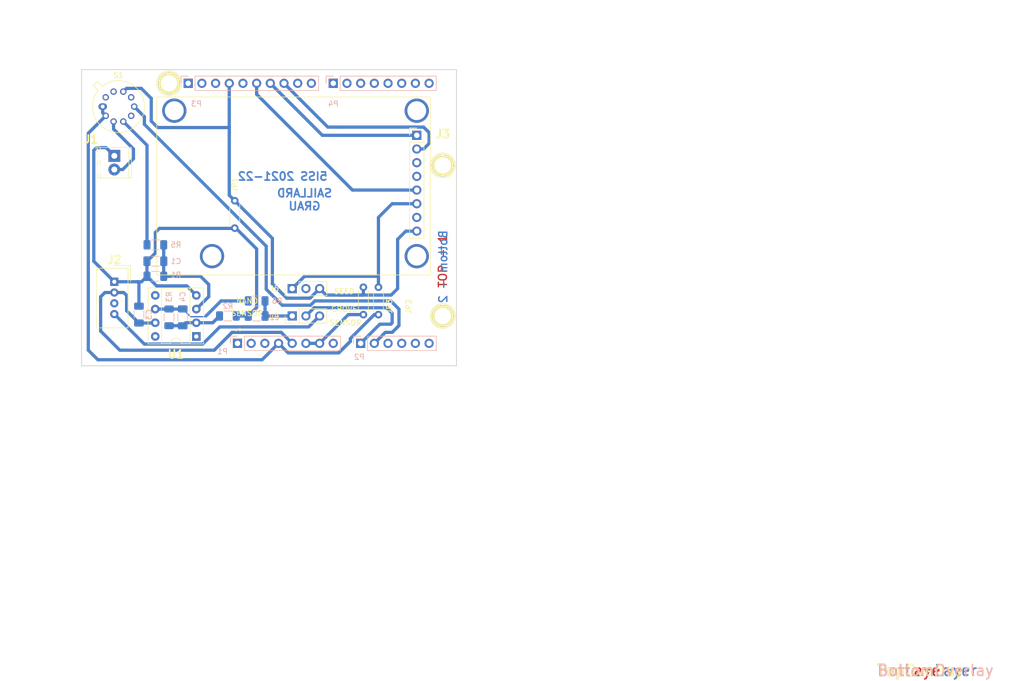
<source format=kicad_pcb>
(kicad_pcb (version 20211014) (generator pcbnew)
  (title_block (title "Shield Gas Sensor Lora Module") (date "01 Janvier 2022") (rev "1.0") (comment 1 "5ISS 2021-22") (comment 2 "SAILLARD - GRAU"))
  (layers (0 "F.Cu" signal) (31 "B.Cu" signal) (34 "B.Paste" user) (35 "F.Paste" user) (36 "B.SilkS" user "B.Silkscreen") (37 "F.SilkS" user "F.Silkscreen") (38 "B.Mask" user) (39 "F.Mask" user) (44 "Edge.Cuts" user))
  (net 0 "")
  (net 1 "/IOREF")
  (net 2 "/Reset")
  (net 3 "+5V")
  (net 4 "GND")
  (net 5 "/Vin")
  (net 6 "/A0")
  (net 7 "/A1")
  (net 8 "/A2")
  (net 9 "/A3")
  (net 10 "/AREF")
  (net 11 "/A4(SDA)")
  (net 12 "/A5(SCL)")
  (net 13 "/9(**)")
  (net 14 "/8")
  (net 15 "/7")
  (net 16 "/6(**)")
  (net 17 "/5(**)")
  (net 18 "/4")
  (net 19 "/3(**)")
  (net 20 "/2")
  (net 21 "/1(Tx)")
  (net 22 "/0(Rx)")
  (net 23 "Net-(C1-Pad1)")
  (net 24 "/ANA_GAZ_0")
  (net 25 "Net-(C4-Pad1)")
  (net 26 "Net-(C4-Pad2)")
  (net 27 "/13(SCK)")
  (net 28 "/0-12V Power Supply")
  (net 30 "+3V3")
  (net 31 "/ANA_GAZ_1")
  (net 34 "/D2")
  (net 39 "/Isens")
  (net 50 "/11 Rx")
  (net 51 "/12 RST")
  (net 52 "/10 Tx ")
  (footprint "Socket_Arduino_Uno:Arduino_1pin" (layer "F.Cu") (at 177.038 118.745)
    (fp_text reference "P6" hide)
    (fp_text value "CONN_01X01" hide)
    (fp_circle (center 0 0) (end 0 -2.286) (layer "F.SilkS") (width 0.15) (fill none))
    (pad "1" thru_hole circle locked (at 0 0) (size 4.064 4.064) (drill 3.048) (layers *.Cu *.Mask "F.SilkS"))
  )
  (footprint "Socket_Arduino_Uno:Arduino_1pin" (layer "F.Cu") (at 126.238 75.565)
    (fp_text reference "P7" hide)
    (fp_text value "CONN_01X01" hide)
    (fp_circle (center 0 0) (end 0 -2.286) (layer "F.SilkS") (width 0.15) (fill none))
    (pad "1" thru_hole circle locked (at 0 0) (size 4.064 4.064) (drill 3.048) (layers *.Cu *.Mask "F.SilkS"))
  )
  (footprint "Socket_Arduino_Uno:Arduino_1pin" (layer "F.Cu") (at 177.038 90.805)
    (fp_text reference "P8" hide)
    (fp_text value "CONN_01X01" hide)
    (fp_circle (center 0 0) (end 0 -2.286) (layer "F.SilkS") (width 0.15) (fill none))
    (pad "1" thru_hole circle locked (at 0 0) (size 4.064 4.064) (drill 3.048) (layers *.Cu *.Mask "F.SilkS"))
  )
  (footprint "Connector_PinHeader_2.54mm:PinHeader_1x03_P2.54mm_Vertical" (layer "F.Cu") (at 149.098 118.745 90)
    (fp_text reference "J4" (at 0 -3.302) (layer "F.SilkS"))
    (fp_text value "Jumper sensor choice")
    (fp_line (start -1.33 1.27) (end -1.33 6.41) (layer "F.SilkS") (width 0.12))
    (fp_line (start -1.33 -1.33) (end 0 -1.33) (layer "F.SilkS") (width 0.12))
    (fp_line (start -1.33 0) (end -1.33 -1.33) (layer "F.SilkS") (width 0.12))
    (fp_line (start -1.33 1.27) (end 1.33 1.27) (layer "F.SilkS") (width 0.12))
    (fp_line (start 1.33 1.27) (end 1.33 6.41) (layer "F.SilkS") (width 0.12))
    (fp_line (start -1.33 6.41) (end 1.33 6.41) (layer "F.SilkS") (width 0.12))
    (pad "1" thru_hole rect locked (at 0 0 90) (size 1.7 1.7) (drill 1) (layers *.Cu *.Mask) (net 24 "/ANA_GAZ_0"))
    (pad "2" thru_hole oval locked (at 0 2.54 90) (size 1.7 1.7) (drill 1) (layers *.Cu *.Mask) (net 6 "/A0"))
    (pad "3" thru_hole oval locked (at 0 5.08 90) (size 1.7 1.7) (drill 1) (layers *.Cu *.Mask) (net 31 "/ANA_GAZ_1"))
  )
  (footprint "Resistor_THT:R_Axial_DIN0204_L3.6mm_D1.6mm_P5.08mm_Horizontal" (layer "F.Cu") (at 138.43 102.439 90)
    (fp_text reference "JP1" (at 8.078 0 90) (layer "F.SilkS"))
    (fp_text value "GND" hide)
    (fp_line (start 0.62 -0.92) (end 4.46 -0.92) (layer "F.SilkS") (width 0.12))
    (fp_line (start 0.62 0.92) (end 4.46 0.92) (layer "F.SilkS") (width 0.12))
    (pad "1" thru_hole circle locked (at 0 0 90) (size 1.4 1.4) (drill 0.7) (layers *.Cu *.Mask) (net 4 "GND"))
    (pad "2" thru_hole oval locked (at 5.08 0 90) (size 1.4 1.4) (drill 0.7) (layers *.Cu *.Mask) (net 4 "GND"))
  )
  (footprint "gas_sensor_footprint:Lora Module RN2483 socket" (layer "F.Cu") (at 172.212 85.217)
    (fp_text reference "J3" (at 4.826 -0.254) (layer "F.SilkS") (effects (font (size 1.5 1.5) (thickness 0.3))))
    (fp_text value "Lora RN2483 Module" hide)
    (fp_line (start -1.33 19.11) (end 1.33 19.11) (layer "F.SilkS") (width 0.12))
    (fp_line (start -1.33 0) (end -1.33 -1.33) (layer "F.SilkS") (width 0.12))
    (fp_line (start -1.33 0) (end -1.33 -1.33) (layer "F.SilkS") (width 0.12))
    (fp_line (start -1.33 -1.33) (end 0 -1.33) (layer "F.SilkS") (width 0.12))
    (fp_line (start 1.33 1.27) (end 1.33 19.11) (layer "F.SilkS") (width 0.12))
    (fp_line (start -1.33 1.27) (end -1.33 19.11) (layer "F.SilkS") (width 0.12))
    (fp_line (start -1.33 -1.33) (end 0 -1.33) (layer "F.SilkS") (width 0.12))
    (fp_line (start -1.33 1.27) (end 1.33 1.27) (layer "F.SilkS") (width 0.12))
    (fp_rect (start -48.26 25.908) (end 2.54 -7.112) (layer "F.SilkS") (width 0.12) (fill none))
    (pad "0" thru_hole circle locked (at -38 22.428) (size 4.5 4.5) (drill 3.5) (layers *.Cu *.Mask))
    (pad "0" thru_hole circle locked (at 0 22.428) (size 4.5 4.5) (drill 3.5) (layers *.Cu *.Mask))
    (pad "0" thru_hole circle locked (at 0 -4.572) (size 4.5 4.5) (drill 3.5) (layers *.Cu *.Mask))
    (pad "0" thru_hole circle locked (at -45 -4.572) (size 4.5 4.5) (drill 3.5) (layers *.Cu *.Mask))
    (pad "1" thru_hole rect locked (at 0 0) (size 1.7 1.7) (drill 1) (layers *.Cu *.Mask) (net 50 "/11 Rx"))
    (pad "2" thru_hole oval locked (at 0 2.54) (size 1.7 1.7) (drill 1) (layers *.Cu *.Mask) (net 52 "/10 Tx "))
    (pad "3" thru_hole oval locked (at 0 5.08) (size 1.7 1.7) (drill 1) (layers *.Cu *.Mask))
    (pad "4" thru_hole oval locked (at 0 7.62) (size 1.7 1.7) (drill 1) (layers *.Cu *.Mask))
    (pad "5" thru_hole oval locked (at 0 10.16) (size 1.7 1.7) (drill 1) (layers *.Cu *.Mask) (net 51 "/12 RST"))
    (pad "6" thru_hole oval locked (at 0 12.7) (size 1.7 1.7) (drill 1) (layers *.Cu *.Mask) (net 30 "+3V3"))
    (pad "7" thru_hole oval locked (at 0 15.24) (size 1.7 1.7) (drill 1) (layers *.Cu *.Mask))
    (pad "8" thru_hole oval locked (at 0 17.78) (size 1.7 1.7) (drill 1) (layers *.Cu *.Mask) (net 4 "GND"))
  )
  (footprint "Resistor_THT:R_Axial_DIN0204_L3.6mm_D1.6mm_P5.08mm_Horizontal" (layer "F.Cu") (at 162.306 118.491 90)
    (fp_text reference "JP3" (at 1.524 4.826 90) (layer "F.SilkS"))
    (fp_text value "GND" hide)
    (fp_line (start 0.62 -0.92) (end 4.46 -0.92) (layer "F.SilkS") (width 0.12))
    (fp_line (start 0.62 0.92) (end 4.46 0.92) (layer "F.SilkS") (width 0.12))
    (pad "1" thru_hole circle locked (at 0 0 90) (size 1.4 1.4) (drill 0.7) (layers *.Cu *.Mask) (net 4 "GND"))
    (pad "2" thru_hole oval locked (at 5.08 0 90) (size 1.4 1.4) (drill 0.7) (layers *.Cu *.Mask) (net 4 "GND"))
  )
  (footprint "Connector:NS-Tech_Grove_1x04_P2mm_Vertical" (layer "F.Cu") (at 116.078 112.395)
    (fp_text reference "J2" (at 0 -4.064) (layer "F.SilkS") (effects (font (size 1.5 1.5) (thickness 0.3))))
    (fp_text value "Grove gas  MQx" hide)
    (fp_line (start 3 -3) (end 3 0) (layer "F.SilkS") (width 0.12))
    (fp_line (start 0 -3) (end 3 -3) (layer "F.SilkS") (width 0.12))
    (fp_line (start -3.3 0.4) (end -3.3 1) (layer "F.SilkS") (width 0.12))
    (fp_line (start -3.3 -2.5) (end 2.55 -2.5) (layer "F.SilkS") (width 0.12))
    (fp_line (start 2.55 -2.5) (end 2.55 8.55) (layer "F.SilkS") (width 0.12))
    (fp_line (start -3.3 1.25) (end -3.3 4.75) (layer "F.SilkS") (width 0.12))
    (fp_line (start -3.3 -2.5) (end -3.3 0.15) (layer "F.SilkS") (width 0.12))
    (fp_line (start -3.3 5.9) (end -3.3 8.55) (layer "F.SilkS") (width 0.12))
    (fp_line (start -3.3 8.55) (end 2.55 8.55) (layer "F.SilkS") (width 0.12))
    (fp_line (start -3.3 5) (end -3.3 5.6) (layer "F.SilkS") (width 0.12))
    (pad "1" thru_hole rect locked (at 0 0) (size 1.524 1.524) (drill 0.762) (layers *.Cu *.Mask) (net 4 "GND"))
    (pad "2" thru_hole circle locked (at 0 2) (size 1.524 1.524) (drill 0.762) (layers *.Cu *.Mask) (net 3 "+5V"))
    (pad "3" thru_hole circle locked (at 0 4) (size 1.524 1.524) (drill 0.762) (layers *.Cu *.Mask))
    (pad "4" thru_hole circle locked (at 0 6) (size 1.524 1.524) (drill 0.762) (layers *.Cu *.Mask) (net 31 "/ANA_GAZ_1"))
  )
  (footprint "Connector_PinHeader_2.54mm:PinHeader_1x03_P2.54mm_Vertical" (layer "F.Cu") (at 149.098 113.665 90)
    (fp_text reference "J5" (at 0 -3.302 180) (layer "F.SilkS"))
    (fp_text value "Jumper sensor choice" hide)
    (fp_line (start -1.33 6.41) (end 1.33 6.41) (layer "F.SilkS") (width 0.12))
    (fp_line (start -1.33 1.27) (end -1.33 6.41) (layer "F.SilkS") (width 0.12))
    (fp_line (start -1.33 -1.33) (end 0 -1.33) (layer "F.SilkS") (width 0.12))
    (fp_line (start 1.33 1.27) (end 1.33 6.41) (layer "F.SilkS") (width 0.12))
    (fp_line (start -1.33 0) (end -1.33 -1.33) (layer "F.SilkS") (width 0.12))
    (fp_line (start -1.33 1.27) (end 1.33 1.27) (layer "F.SilkS") (width 0.12))
    (pad "1" thru_hole rect locked (at 0 0 90) (size 1.7 1.7) (drill 1) (layers *.Cu *.Mask) (net 30 "+3V3"))
    (pad "2" thru_hole oval locked (at 0 2.54 90) (size 1.7 1.7) (drill 1) (layers *.Cu *.Mask) (net 34 "/D2"))
    (pad "3" thru_hole oval locked (at 0 5.08 90) (size 1.7 1.7) (drill 1) (layers *.Cu *.Mask) (net 4 "GND"))
  )
  (footprint "Package_TO_SOT_THT:TO-5-10" (layer "F.Cu") (at 113.925 79.883)
    (fp_text reference "S1" (at 2.92 -5.82) (layer "F.SilkS"))
    (fp_text value "Nano_gas_sensor" hide)
    (fp_line (start -0.077084 -3.774902) (end -0.968039 -4.665856) (layer "F.SilkS") (width 0.12))
    (fp_line (start -0.968039 -4.665856) (end -1.745856 -3.888039) (layer "F.SilkS") (width 0.12))
    (fp_line (start -1.745856 -3.888039) (end -0.854902 -2.997084) (layer "F.SilkS") (width 0.12))
    (fp_arc (start -0.077084 -3.774902) (mid 6.328125 3.408384) (end -0.854674 -2.997371) (layer "F.SilkS") (width 0.12))
    (pad "1" thru_hole oval locked (at 0 0) (size 1.6 1.2) (drill 0.7) (layers *.Cu *.Mask) (net 30 "+3V3"))
    (pad "2" thru_hole oval locked (at 0.55767 1.716333) (size 1.2 1.2) (drill 0.7) (layers *.Cu *.Mask) (net 30 "+3V3"))
    (pad "3" thru_hole oval locked (at 2.01767 2.777085) (size 1.2 1.2) (drill 0.7) (layers *.Cu *.Mask) (net 28 "/0-12V Power Supply"))
    (pad "4" thru_hole oval locked (at 3.82233 2.777085) (size 1.2 1.2) (drill 0.7) (layers *.Cu *.Mask) (net 39 "/Isens"))
    (pad "5" thru_hole oval locked (at 5.28233 1.716333) (size 1.2 1.2) (drill 0.7) (layers *.Cu *.Mask))
    (pad "6" thru_hole oval locked (at 5.84 0) (size 1.2 1.2) (drill 0.7) (layers *.Cu *.Mask) (net 7 "/A1"))
    (pad "7" thru_hole oval locked (at 5.28233 -1.716333) (size 1.2 1.2) (drill 0.7) (layers *.Cu *.Mask))
    (pad "8" thru_hole oval locked (at 3.82233 -2.777085) (size 1.2 1.2) (drill 0.7) (layers *.Cu *.Mask) (net 4 "GND"))
    (pad "9" thru_hole oval locked (at 2.01767 -2.777085) (size 1.2 1.2) (drill 0.7) (layers *.Cu *.Mask))
    (pad "10" thru_hole oval locked (at 0.55767 -1.716333) (size 1.2 1.2) (drill 0.7) (layers *.Cu *.Mask))
  )
  (footprint "TerminalBlock_Phoenix:TerminalBlock_Phoenix_MPT-0,5-2-2.54_1x02_P2.54mm_Horizontal" (layer "F.Cu") (at 116.078 89.027 -90)
    (fp_text reference "J1" (at -3.048 4.318 180) (layer "F.SilkS") (effects (font (size 1.5 1.5) (thickness 0.3))))
    (fp_text value "Screw_Terminal_01x02" hide)
    (fp_line (start -1.8 3.4) (end -1.3 3.4) (layer "F.SilkS") (width 0.12))
    (fp_line (start 4.1 -3.16) (end 4.1 3.16) (layer "F.SilkS") (width 0.12))
    (fp_line (start -1.56 2.6) (end -0.79 2.6) (layer "F.SilkS") (width 0.12))
    (fp_line (start 3.33 3.16) (end 4.1 3.16) (layer "F.SilkS") (width 0.12))
    (fp_line (start -1.56 -3.16) (end -1.56 3.16) (layer "F.SilkS") (width 0.12))
    (fp_line (start -1.8 2.66) (end -1.8 3.4) (layer "F.SilkS") (width 0.12))
    (fp_line (start -1.56 -2.7) (end 4.1 -2.7) (layer "F.SilkS") (width 0.12))
    (fp_line (start 0.79 3.16) (end 1.75 3.16) (layer "F.SilkS") (width 0.12))
    (fp_line (start 0.79 2.6) (end 1.75 2.6) (layer "F.SilkS") (width 0.12))
    (fp_line (start -1.56 3.16) (end -0.79 3.16) (layer "F.SilkS") (width 0.12))
    (fp_line (start 3.33 2.6) (end 4.1 2.6) (layer "F.SilkS") (width 0.12))
    (fp_line (start -1.56 -3.16) (end 4.1 -3.16) (layer "F.SilkS") (width 0.12))
    (pad "" np_thru_hole circle locked (at 2.54 2.54 270) (size 1.1 1.1) (drill 1.1) (layers *.Cu *.Mask))
    (pad "" np_thru_hole circle locked (at 0 2.54 270) (size 1.1 1.1) (drill 1.1) (layers *.Cu *.Mask))
    (pad "1" thru_hole rect locked (at 0 0 270) (size 2.2 2.2) (drill 1.1) (layers *.Cu *.Mask) (net 4 "GND"))
    (pad "2" thru_hole circle locked (at 2.54 0 270) (size 2.2 2.2) (drill 1.1) (layers *.Cu *.Mask) (net 28 "/0-12V Power Supply"))
  )
  (footprint "Resistor_THT:R_Axial_DIN0204_L3.6mm_D1.6mm_P5.08mm_Horizontal" (layer "F.Cu") (at 165.1 118.491 90)
    (fp_text reference "JP2" (at 1.524 5.588 90) (layer "F.SilkS"))
    (fp_text value "+3.3V" hide)
    (fp_line (start 0.62 -0.92) (end 4.46 -0.92) (layer "F.SilkS") (width 0.12))
    (fp_line (start 0.62 0.92) (end 4.46 0.92) (layer "F.SilkS") (width 0.12))
    (pad "1" thru_hole circle locked (at 0 0 90) (size 1.4 1.4) (drill 0.7) (layers *.Cu *.Mask) (net 30 "+3V3"))
    (pad "2" thru_hole oval locked (at 5.08 0 90) (size 1.4 1.4) (drill 0.7) (layers *.Cu *.Mask) (net 30 "+3V3"))
  )
  (footprint "Package_DIP:DIP-8_W7.62mm_Socket" (layer "F.Cu") (at 131.298 122.545 180)
    (fp_text reference "U1" (at 3.79 -3.312) (layer "F.SilkS") (effects (font (size 1.5 1.5) (thickness 0.3))))
    (fp_text value "LTC_1050" hide)
    (fp_line (start 6.46 8.95) (end 6.46 -1.33) (layer "F.SilkS") (width 0.12))
    (fp_line (start -1.33 9.01) (end 8.95 9.01) (layer "F.SilkS") (width 0.12))
    (fp_line (start 1.16 -1.33) (end 1.16 8.95) (layer "F.SilkS") (width 0.12))
    (fp_line (start -1.33 -1.39) (end -1.33 9.01) (layer "F.SilkS") (width 0.12))
    (fp_line (start 8.95 9.01) (end 8.95 -1.39) (layer "F.SilkS") (width 0.12))
    (fp_line (start 6.46 -1.33) (end 4.81 -1.33) (layer "F.SilkS") (width 0.12))
    (fp_line (start 2.81 -1.33) (end 1.16 -1.33) (layer "F.SilkS") (width 0.12))
    (fp_line (start 1.16 8.95) (end 6.46 8.95) (layer "F.SilkS") (width 0.12))
    (fp_line (start 8.95 -1.39) (end -1.33 -1.39) (layer "F.SilkS") (width 0.12))
    (fp_arc (start 4.81 -1.33) (mid 3.81 -0.33) (end 2.81 -1.33) (layer "F.SilkS") (width 0.12))
    (pad "1" thru_hole rect locked (at 0 0 180) (size 1.6 1.6) (drill 0.8) (layers *.Cu *.Mask))
    (pad "2" thru_hole oval locked (at 0 2.54 180) (size 1.6 1.6) (drill 0.8) (layers *.Cu *.Mask) (net 25 "Net-(C4-Pad1)"))
    (pad "3" thru_hole oval locked (at 0 5.08 180) (size 1.6 1.6) (drill 0.8) (layers *.Cu *.Mask) (net 23 "Net-(C1-Pad1)"))
    (pad "4" thru_hole oval locked (at 0 7.62 180) (size 1.6 1.6) (drill 0.8) (layers *.Cu *.Mask) (net 4 "GND"))
    (pad "5" thru_hole oval locked (at 7.62 7.62 180) (size 1.6 1.6) (drill 0.8) (layers *.Cu *.Mask))
    (pad "6" thru_hole oval locked (at 7.62 5.08 180) (size 1.6 1.6) (drill 0.8) (layers *.Cu *.Mask) (net 26 "Net-(C4-Pad2)"))
    (pad "7" thru_hole oval locked (at 7.62 2.54 180) (size 1.6 1.6) (drill 0.8) (layers *.Cu *.Mask) (net 3 "+5V"))
    (pad "8" thru_hole oval locked (at 7.62 0 180) (size 1.6 1.6) (drill 0.8) (layers *.Cu *.Mask))
  )
  (footprint "Connector_PinHeader_2.54mm:PinHeader_1x08_P2.54mm_Vertical" (layer "B.Cu") (at 138.938 123.825 -90)
    (fp_text reference "P1" (at 1.524 2.794) (layer "B.SilkS") (effects (justify mirror)))
    (fp_text value "Power")
    (fp_line (start 1.33 -1.27) (end 1.33 -19.11) (layer "B.SilkS") (width 0.12))
    (fp_line (start -1.33 1.33) (end 0 1.33) (layer "B.SilkS") (width 0.12))
    (fp_line (start -1.33 0) (end -1.33 1.33) (layer "B.SilkS") (width 0.12))
    (fp_line (start -1.33 -1.27) (end 1.33 -1.27) (layer "B.SilkS") (width 0.12))
    (fp_line (start -1.33 -19.11) (end 1.33 -19.11) (layer "B.SilkS") (width 0.12))
    (fp_line (start -1.33 -1.27) (end -1.33 -19.11) (layer "B.SilkS") (width 0.12))
    (pad "1" thru_hole rect locked (at 0 0 270) (size 1.7 1.7) (drill 1) (layers *.Cu *.Mask))
    (pad "2" thru_hole oval locked (at 0 -2.54 270) (size 1.7 1.7) (drill 1) (layers *.Cu *.Mask) (net 1 "/IOREF"))
    (pad "3" thru_hole oval locked (at 0 -5.08 270) (size 1.7 1.7) (drill 1) (layers *.Cu *.Mask) (net 2 "/Reset"))
    (pad "4" thru_hole oval locked (at 0 -7.62 270) (size 1.7 1.7) (drill 1) (layers *.Cu *.Mask) (net 30 "+3V3"))
    (pad "5" thru_hole oval locked (at 0 -10.16 270) (size 1.7 1.7) (drill 1) (layers *.Cu *.Mask) (net 3 "+5V"))
    (pad "6" thru_hole oval locked (at 0 -12.7 270) (size 1.7 1.7) (drill 1) (layers *.Cu *.Mask) (net 4 "GND"))
    (pad "7" thru_hole oval locked (at 0 -15.24 270) (size 1.7 1.7) (drill 1) (layers *.Cu *.Mask) (net 4 "GND"))
    (pad "8" thru_hole oval locked (at 0 -17.78 270) (size 1.7 1.7) (drill 1) (layers *.Cu *.Mask) (net 5 "/Vin"))
  )
  (footprint "Connector_PinHeader_2.54mm:PinHeader_1x06_P2.54mm_Vertical" (layer "B.Cu") (at 161.798 123.825 -90)
    (fp_text reference "P2" (at 2.54 0.254) (layer "B.SilkS") (effects (justify mirror)))
    (fp_text value "Analog")
    (fp_line (start -1.33 1.33) (end 0 1.33) (layer "B.SilkS") (width 0.12))
    (fp_line (start -1.33 -1.27) (end 1.33 -1.27) (layer "B.SilkS") (width 0.12))
    (fp_line (start 1.33 -1.27) (end 1.33 -14.03) (layer "B.SilkS") (width 0.12))
    (fp_line (start -1.33 0) (end -1.33 1.33) (layer "B.SilkS") (width 0.12))
    (fp_line (start -1.33 -14.03) (end 1.33 -14.03) (layer "B.SilkS") (width 0.12))
    (fp_line (start -1.33 -1.27) (end -1.33 -14.03) (layer "B.SilkS") (width 0.12))
    (pad "1" thru_hole rect locked (at 0 0 270) (size 1.7 1.7) (drill 1) (layers *.Cu *.Mask) (net 6 "/A0"))
    (pad "2" thru_hole oval locked (at 0 -2.54 270) (size 1.7 1.7) (drill 1) (layers *.Cu *.Mask) (net 7 "/A1"))
    (pad "3" thru_hole oval locked (at 0 -5.08 270) (size 1.7 1.7) (drill 1) (layers *.Cu *.Mask) (net 8 "/A2"))
    (pad "4" thru_hole oval locked (at 0 -7.62 270) (size 1.7 1.7) (drill 1) (layers *.Cu *.Mask) (net 9 "/A3"))
    (pad "5" thru_hole oval locked (at 0 -10.16 270) (size 1.7 1.7) (drill 1) (layers *.Cu *.Mask) (net 11 "/A4(SDA)"))
    (pad "6" thru_hole oval locked (at 0 -12.7 270) (size 1.7 1.7) (drill 1) (layers *.Cu *.Mask) (net 12 "/A5(SCL)"))
  )
  (footprint "Connector_PinHeader_2.54mm:PinHeader_1x10_P2.54mm_Vertical" (layer "B.Cu") (at 129.794 75.565 -90)
    (fp_text reference "P3" (at 3.81 -1.524) (layer "B.SilkS") (effects (justify mirror)))
    (fp_text value "Digital")
    (fp_line (start -1.33 -1.27) (end 1.33 -1.27) (layer "B.SilkS") (width 0.12))
    (fp_line (start 1.33 -1.27) (end 1.33 -24.19) (layer "B.SilkS") (width 0.12))
    (fp_line (start -1.33 1.33) (end 0 1.33) (layer "B.SilkS") (width 0.12))
    (fp_line (start -1.33 0) (end -1.33 1.33) (layer "B.SilkS") (width 0.12))
    (fp_line (start -1.33 -1.27) (end -1.33 -24.19) (layer "B.SilkS") (width 0.12))
    (fp_line (start -1.33 -24.19) (end 1.33 -24.19) (layer "B.SilkS") (width 0.12))
    (pad "1" thru_hole rect locked (at 0 0 270) (size 1.7 1.7) (drill 1) (layers *.Cu *.Mask))
    (pad "2" thru_hole oval locked (at 0 -2.54 270) (size 1.7 1.7) (drill 1) (layers *.Cu *.Mask))
    (pad "3" thru_hole oval locked (at 0 -5.08 270) (size 1.7 1.7) (drill 1) (layers *.Cu *.Mask) (net 10 "/AREF"))
    (pad "4" thru_hole oval locked (at 0 -7.62 270) (size 1.7 1.7) (drill 1) (layers *.Cu *.Mask) (net 4 "GND"))
    (pad "5" thru_hole oval locked (at 0 -10.16 270) (size 1.7 1.7) (drill 1) (layers *.Cu *.Mask) (net 27 "/13(SCK)"))
    (pad "6" thru_hole oval locked (at 0 -12.7 270) (size 1.7 1.7) (drill 1) (layers *.Cu *.Mask) (net 51 "/12 RST"))
    (pad "7" thru_hole oval locked (at 0 -15.24 270) (size 1.7 1.7) (drill 1) (layers *.Cu *.Mask) (net 50 "/11 Rx"))
    (pad "8" thru_hole oval locked (at 0 -17.78 270) (size 1.7 1.7) (drill 1) (layers *.Cu *.Mask) (net 52 "/10 Tx "))
    (pad "9" thru_hole oval locked (at 0 -20.32 270) (size 1.7 1.7) (drill 1) (layers *.Cu *.Mask) (net 13 "/9(**)"))
    (pad "10" thru_hole oval locked (at 0 -22.86 270) (size 1.7 1.7) (drill 1) (layers *.Cu *.Mask) (net 14 "/8"))
  )
  (footprint "Connector_PinHeader_2.54mm:PinHeader_1x08_P2.54mm_Vertical" (layer "B.Cu") (at 156.718 75.565 -90)
    (fp_text reference "P4" (at 3.81 0) (layer "B.SilkS") (effects (justify mirror)))
    (fp_text value "Digital")
    (fp_line (start -1.33 -1.27) (end -1.33 -19.11) (layer "B.SilkS") (width 0.12))
    (fp_line (start 1.33 -1.27) (end 1.33 -19.11) (layer "B.SilkS") (width 0.12))
    (fp_line (start -1.33 -1.27) (end 1.33 -1.27) (layer "B.SilkS") (width 0.12))
    (fp_line (start -1.33 1.33) (end 0 1.33) (layer "B.SilkS") (width 0.12))
    (fp_line (start -1.33 0) (end -1.33 1.33) (layer "B.SilkS") (width 0.12))
    (fp_line (start -1.33 -19.11) (end 1.33 -19.11) (layer "B.SilkS") (width 0.12))
    (pad "1" thru_hole rect locked (at 0 0 270) (size 1.7 1.7) (drill 1) (layers *.Cu *.Mask) (net 15 "/7"))
    (pad "2" thru_hole oval locked (at 0 -2.54 270) (size 1.7 1.7) (drill 1) (layers *.Cu *.Mask) (net 16 "/6(**)"))
    (pad "3" thru_hole oval locked (at 0 -5.08 270) (size 1.7 1.7) (drill 1) (layers *.Cu *.Mask) (net 17 "/5(**)"))
    (pad "4" thru_hole oval locked (at 0 -7.62 270) (size 1.7 1.7) (drill 1) (layers *.Cu *.Mask) (net 18 "/4"))
    (pad "5" thru_hole oval locked (at 0 -10.16 270) (size 1.7 1.7) (drill 1) (layers *.Cu *.Mask) (net 19 "/3(**)"))
    (pad "6" thru_hole oval locked (at 0 -12.7 270) (size 1.7 1.7) (drill 1) (layers *.Cu *.Mask) (net 20 "/2"))
    (pad "7" thru_hole oval locked (at 0 -15.24 270) (size 1.7 1.7) (drill 1) (layers *.Cu *.Mask) (net 21 "/1(Tx)"))
    (pad "8" thru_hole oval locked (at 0 -17.78 270) (size 1.7 1.7) (drill 1) (layers *.Cu *.Mask) (net 22 "/0(Rx)"))
  )
  (footprint "Resistor_SMD:R_1206_3216Metric_Pad1.30x1.75mm_HandSolder" (layer "B.Cu") (at 123.698 105.537)
    (fp_text reference "R5" (at 3.81 0) (layer "B.SilkS") (effects (justify mirror)))
    (fp_text value "10k" hide)
    (fp_line (start -0.727064 0.91) (end 0.727064 0.91) (layer "B.SilkS") (width 0.12))
    (fp_line (start -0.727064 -0.91) (end 0.727064 -0.91) (layer "B.SilkS") (width 0.12))
    (pad "1" smd roundrect locked (at -1.55 0) (size 1.3 1.75) (layers "B.Cu" "B.Paste" "B.Mask") (roundrect_rratio 0.1923076923) (net 39 "/Isens"))
    (pad "2" smd roundrect locked (at 1.55 0) (size 1.3 1.75) (layers "B.Cu" "B.Paste" "B.Mask") (roundrect_rratio 0.1923076923) (net 23 "Net-(C1-Pad1)"))
  )
  (footprint "Capacitor_SMD:C_1206_3216Metric_Pad1.33x1.80mm_HandSolder" (layer "B.Cu") (at 120.65 118.491 90)
    (fp_text reference "C3" (at 0 1.85 90) (layer "B.SilkS") (effects (justify mirror)))
    (fp_text value "100n" hide)
    (fp_line (start -0.711252 0.91) (end 0.711252 0.91) (layer "B.SilkS") (width 0.12))
    (fp_line (start -0.711252 -0.91) (end 0.711252 -0.91) (layer "B.SilkS") (width 0.12))
    (pad "1" smd roundrect locked (at -1.5625 0 90) (size 1.325 1.8) (layers "B.Cu" "B.Paste" "B.Mask") (roundrect_rratio 0.1886792453) (net 3 "+5V"))
    (pad "2" smd roundrect locked (at 1.5625 0 90) (size 1.325 1.8) (layers "B.Cu" "B.Paste" "B.Mask") (roundrect_rratio 0.1886792453) (net 4 "GND"))
  )
  (footprint "Capacitor_SMD:C_1206_3216Metric_Pad1.33x1.80mm_HandSolder" (layer "B.Cu") (at 142.494 118.745 180)
    (fp_text reference "C2" (at -3.302 -0.254) (layer "B.SilkS") (effects (justify mirror)))
    (fp_text value "100n" hide)
    (fp_line (start -0.711252 0.91) (end 0.711252 0.91) (layer "B.SilkS") (width 0.12))
    (fp_line (start -0.711252 -0.91) (end 0.711252 -0.91) (layer "B.SilkS") (width 0.12))
    (pad "1" smd roundrect locked (at -1.5625 0 180) (size 1.325 1.8) (layers "B.Cu" "B.Paste" "B.Mask") (roundrect_rratio 0.1886792453) (net 24 "/ANA_GAZ_0"))
    (pad "2" smd roundrect locked (at 1.5625 0 180) (size 1.325 1.8) (layers "B.Cu" "B.Paste" "B.Mask") (roundrect_rratio 0.1886792453) (net 4 "GND"))
  )
  (footprint "Capacitor_SMD:C_1206_3216Metric_Pad1.33x1.80mm_HandSolder" (layer "B.Cu") (at 123.698 108.585 180)
    (fp_text reference "C1" (at -3.81 0) (layer "B.SilkS") (effects (justify mirror)))
    (fp_text value "100n" hide)
    (fp_line (start -0.711252 -0.91) (end 0.711252 -0.91) (layer "B.SilkS") (width 0.12))
    (fp_line (start -0.711252 0.91) (end 0.711252 0.91) (layer "B.SilkS") (width 0.12))
    (pad "1" smd roundrect locked (at -1.5625 0 180) (size 1.325 1.8) (layers "B.Cu" "B.Paste" "B.Mask") (roundrect_rratio 0.1886792453) (net 23 "Net-(C1-Pad1)"))
    (pad "2" smd roundrect locked (at 1.5625 0 180) (size 1.325 1.8) (layers "B.Cu" "B.Paste" "B.Mask") (roundrect_rratio 0.1886792453) (net 4 "GND"))
  )
  (footprint "Resistor_SMD:R_1206_3216Metric_Pad1.30x1.75mm_HandSolder" (layer "B.Cu") (at 126.238 118.999 -90)
    (fp_text reference "R3" (at -3.81 0 90) (layer "B.SilkS") (effects (justify mirror)))
    (fp_text value "100k" hide)
    (fp_line (start -0.727064 -0.91) (end 0.727064 -0.91) (layer "B.SilkS") (width 0.12))
    (fp_line (start -0.727064 0.91) (end 0.727064 0.91) (layer "B.SilkS") (width 0.12))
    (pad "1" smd roundrect locked (at -1.55 0 270) (size 1.3 1.75) (layers "B.Cu" "B.Paste" "B.Mask") (roundrect_rratio 0.1923076923) (net 26 "Net-(C4-Pad2)"))
    (pad "2" smd roundrect locked (at 1.55 0 270) (size 1.3 1.75) (layers "B.Cu" "B.Paste" "B.Mask") (roundrect_rratio 0.1923076923) (net 25 "Net-(C4-Pad1)"))
  )
  (footprint "Resistor_SMD:R_1206_3216Metric_Pad1.30x1.75mm_HandSolder" (layer "B.Cu") (at 137.16 118.745 180)
    (fp_text reference "R2" (at 0 1.82) (layer "B.SilkS") (effects (justify mirror)))
    (fp_text value "1k" hide)
    (fp_line (start -0.727064 -0.91) (end 0.727064 -0.91) (layer "B.SilkS") (width 0.12))
    (fp_line (start -0.727064 0.91) (end 0.727064 0.91) (layer "B.SilkS") (width 0.12))
    (pad "1" smd roundrect locked (at -1.55 0 180) (size 1.3 1.75) (layers "B.Cu" "B.Paste" "B.Mask") (roundrect_rratio 0.1923076923) (net 4 "GND"))
    (pad "2" smd roundrect locked (at 1.55 0 180) (size 1.3 1.75) (layers "B.Cu" "B.Paste" "B.Mask") (roundrect_rratio 0.1923076923) (net 25 "Net-(C4-Pad1)"))
  )
  (footprint "Resistor_SMD:R_1206_3216Metric_Pad1.30x1.75mm_HandSolder" (layer "B.Cu") (at 123.698 111.379)
    (fp_text reference "R1" (at 3.81 -0.254) (layer "B.SilkS") (effects (justify mirror)))
    (fp_text value "100k" hide)
    (fp_line (start -0.727064 -0.91) (end 0.727064 -0.91) (layer "B.SilkS") (width 0.12))
    (fp_line (start -0.727064 0.91) (end 0.727064 0.91) (layer "B.SilkS") (width 0.12))
    (pad "1" smd roundrect locked (at -1.55 0) (size 1.3 1.75) (layers "B.Cu" "B.Paste" "B.Mask") (roundrect_rratio 0.1923076923) (net 4 "GND"))
    (pad "2" smd roundrect locked (at 1.55 0) (size 1.3 1.75) (layers "B.Cu" "B.Paste" "B.Mask") (roundrect_rratio 0.1923076923) (net 23 "Net-(C1-Pad1)"))
  )
  (footprint "Resistor_SMD:R_1206_3216Metric_Pad1.30x1.75mm_HandSolder" (layer "B.Cu") (at 142.494 115.951 180)
    (fp_text reference "R6" (at -3.81 0) (layer "B.SilkS") (effects (justify mirror)))
    (fp_text value "1k" hide)
    (fp_line (start -0.727064 -0.91) (end 0.727064 -0.91) (layer "B.SilkS") (width 0.12))
    (fp_line (start -0.727064 0.91) (end 0.727064 0.91) (layer "B.SilkS") (width 0.12))
    (pad "1" smd roundrect locked (at -1.55 0 180) (size 1.3 1.75) (layers "B.Cu" "B.Paste" "B.Mask") (roundrect_rratio 0.1923076923) (net 24 "/ANA_GAZ_0"))
    (pad "2" smd roundrect locked (at 1.55 0 180) (size 1.3 1.75) (layers "B.Cu" "B.Paste" "B.Mask") (roundrect_rratio 0.1923076923) (net 26 "Net-(C4-Pad2)"))
  )
  (footprint "Capacitor_SMD:C_1206_3216Metric_Pad1.33x1.80mm_HandSolder" (layer "B.Cu") (at 128.778 118.999 90)
    (fp_text reference "C4" (at 3.81 0 90) (layer "B.SilkS") (effects (justify mirror)))
    (fp_text value "1u")
    (fp_line (start -0.711252 -0.91) (end 0.711252 -0.91) (layer "B.SilkS") (width 0.12))
    (fp_line (start -0.711252 0.91) (end 0.711252 0.91) (layer "B.SilkS") (width 0.12))
    (pad "1" smd roundrect locked (at -1.5625 0 90) (size 1.325 1.8) (layers "B.Cu" "B.Paste" "B.Mask") (roundrect_rratio 0.1886792453) (net 25 "Net-(C4-Pad1)"))
    (pad "2" smd roundrect locked (at 1.5625 0 90) (size 1.325 1.8) (layers "B.Cu" "B.Paste" "B.Mask") (roundrect_rratio 0.1886792453) (net 26 "Net-(C4-Pad2)"))
  )
  (gr_line (start 110 73.025) (end 110 128) (layer "Edge.Cuts") (width 0.15))
  (gr_line (start 179.578 128) (end 179.578 73.025) (layer "Edge.Cuts") (width 0.15))
  (gr_line (start 110 128) (end 179.578 128) (layer "Edge.Cuts") (width 0.15))
  (gr_line (start 179.578 73.025) (end 110 73.025) (layer "Edge.Cuts") (width 0.15))
  (gr_text "TOP - 1\n" (at 177.038 108.585 90) (layer "F.Cu") (effects (font (size 1.5 1.5) (thickness 0.25))))
  (gr_text "TopLayer" (at 264.16 184.531) (layer "F.Cu") (effects (font (size 2 2) (thickness 0.3))))
  (gr_text "SAILLARD\nGRAU" (at 151.384 97.155) (layer "B.Cu") (effects (font (size 1.5 1.5) (thickness 0.3)) (justify mirror)))
  (gr_text "5ISS 2021-22\n" (at 147.32 92.837) (layer "B.Cu") (effects (font (size 1.5 1.5) (thickness 0.3)) (justify mirror)))
  (gr_text "BottomLayer" (at 266.954 184.531) (layer "B.Cu") (effects (font (size 2 2) (thickness 0.3))))
  (gr_text "Bottom - 2\n\n" (at 178.308 109.601 90) (layer "B.Cu") (effects (font (size 1.5 1.5) (thickness 0.25)) (justify mirror)))
  (gr_text "BottomOverlay" (at 268.478 184.531) (layer "B.SilkS") (effects (font (size 2 2) (thickness 0.3))))
  (gr_text "SEED" (at 158.75 114.173) (layer "F.SilkS") (effects (font (size 1 1))))
  (gr_text "SENSOR" (at 140.716 118.237) (layer "F.SilkS") (effects (font (size 1 1))))
  (gr_text "GROVE" (at 158.75 117.475) (layer "F.SilkS") (effects (font (size 1 1))))
  (gr_text "NANO" (at 140.716 115.951) (layer "F.SilkS") (effects (font (size 1 1))))
  (gr_text "TopOverlay" (at 265.684 184.531) (layer "F.SilkS") (effects (font (size 2 2) (thickness 0.3))))
  (gr_text "1" (at 138.938 121.285 90) (layer "F.SilkS") (effects (font (size 1 1))))
  (gr_text "SENSOR" (at 159.004 120.015) (layer "F.SilkS") (effects (font (size 1 1))))
  (segment (start 147.066 121.793) (end 149.098 123.825) (width 0.6) (layer "B.Cu") (net 3))
  (segment (start 114.332 114.395) (end 113.538 115.189) (width 0.6) (layer "B.Cu") (net 3))
  (segment (start 116.078 114.395) (end 117.824 114.395) (width 0.6) (layer "B.Cu") (net 3))
  (segment (start 113.538 121.539) (end 117.094 125.095) (width 0.6) (layer "B.Cu") (net 3))
  (segment (start 134.62 125.095) (end 137.922 121.793) (width 0.6) (layer "B.Cu") (net 3))
  (segment (start 113.538 115.189) (end 113.538 121.539) (width 0.6) (layer "B.Cu") (net 3))
  (segment (start 120.65 120.0535) (end 123.6295 120.0535) (width 0.6) (layer "B.Cu") (net 3))
  (segment (start 117.824 114.395) (end 118.364 114.935) (width 0.6) (layer "B.Cu") (net 3))
  (segment (start 117.094 125.095) (end 134.62 125.095) (width 0.6) (layer "B.Cu") (net 3))
  (segment (start 123.6295 120.0535) (end 123.678 120.005) (width 0.6) (layer "B.Cu") (net 3))
  (segment (start 116.078 114.395) (end 114.332 114.395) (width 0.6) (layer "B.Cu") (net 3))
  (segment (start 137.922 121.793) (end 147.066 121.793) (width 0.6) (layer "B.Cu") (net 3))
  (segment (start 118.364 117.7675) (end 120.65 120.0535) (width 0.6) (layer "B.Cu") (net 3))
  (segment (start 118.364 114.935) (end 118.364 117.7675) (width 0.6) (layer "B.Cu") (net 3))
  (segment (start 122.1355 108.585) (end 122.1355 111.3665) (width 0.6) (layer "B.Cu") (net 4))
  (segment (start 122.1355 108.585) (end 122.174 108.585) (width 0.6) (layer "B.Cu") (net 4))
  (segment (start 170.18 102.997) (end 171.958 102.997) (width 0.6) (layer "B.Cu") (net 4))
  (segment (start 122.148 111.379) (end 123.926 113.157) (width 0.6) (layer "B.Cu") (net 4))
  (segment (start 137.332878 83.774122) (end 137.414 83.693) (width 0.6) (layer "B.Cu") (net 4))
  (segment (start 114.554 87.503) (end 112.776 87.503) (width 0.6) (layer "B.Cu") (net 4))
  (segment (start 137.414 78.105) (end 137.414 75.565) (width 0.6) (layer "B.Cu") (net 4))
  (segment (start 142.494 117.1825) (end 140.9315 118.745) (width 0.6) (layer "B.Cu") (net 4))
  (segment (start 148.082 115.443) (end 152.4 115.443) (width 0.6) (layer "B.Cu") (net 4))
  (segment (start 112.268 88.011) (end 112.268 108.585) (width 0.6) (layer "B.Cu") (net 4))
  (segment (start 116.078 112.395) (end 120.396 112.395) (width 0.6) (layer "B.Cu") (net 4))
  (segment (start 162.306 113.411) (end 162.306 114.681) (width 0.6) (layer "B.Cu") (net 4))
  (segment (start 129.53 113.157) (end 123.926 113.157) (width 0.6) (layer "B.Cu") (net 4))
  (segment (start 123.698 103.251) (end 124.46 102.489) (width 0.6) (layer "B.Cu") (net 4))
  (segment (start 118.34733 76.505915) (end 121.082915 76.505915) (width 0.6) (layer "B.Cu") (net 4))
  (segment (start 157.804489 114.864511) (end 167.456489 114.864511) (width 0.6) (layer "B.Cu") (net 4))
  (segment (start 117.74733 77.105915) (end 118.34733 76.505915) (width 0.6) (layer "B.Cu") (net 4))
  (segment (start 137.414 96.343) (end 137.414 84.709) (width 0.6) (layer "B.Cu") (net 4))
  (segment (start 138.43 97.359) (end 145.415 104.344) (width 0.6) (layer "B.Cu") (net 4))
  (segment (start 124.46 102.489) (end 138.684 102.489) (width 0.6) (layer "B.Cu") (net 4))
  (segment (start 168.656 104.521) (end 170.18 102.997) (width 0.6) (layer "B.Cu") (net 4))
  (segment (start 154.178 113.665) (end 155.377511 114.864511) (width 0.6) (layer "B.Cu") (net 4))
  (segment (start 145.415 104.344) (end 145.415 112.776) (width 0.6) (layer "B.Cu") (net 4))
  (segment (start 137.332878 83.774122) (end 124.124878 83.774122) (width 0.6) (layer "B.Cu") (net 4))
  (segment (start 145.415 112.776) (end 148.082 115.443) (width 0.6) (layer "B.Cu") (net 4))
  (segment (start 120.65 116.9285) (end 120.65 112.649) (width 0.6) (layer "B.Cu") (net 4))
  (segment (start 137.414 84.709) (end 137.414 83.693) (width 0.6) (layer "B.Cu") (net 4))
  (segment (start 120.65 112.649) (end 120.396 112.395) (width 0.6) (layer "B.Cu") (net 4))
  (segment (start 131.298 114.925) (end 129.53 113.157) (width 0.6) (layer "B.Cu") (net 4))
  (segment (start 122.936 82.585244) (end 124.124878 83.774122) (width 0.6) (layer "B.Cu") (net 4))
  (segment (start 122.936 78.359) (end 122.936 82.585244) (width 0.6) (layer "B.Cu") (net 4))
  (segment (start 151.638 123.825) (end 154.178 123.825) (width 0.6) (layer "B.Cu") (net 4))
  (segment (start 123.698 107.061) (end 123.698 103.251) (width 0.6) (layer "B.Cu") (net 4))
  (segment (start 122.174 108.585) (end 123.698 107.061) (width 0.6) (layer "B.Cu") (net 4))
  (segment (start 120.396 112.395) (end 121.132 112.395) (width 0.6) (layer "B.Cu") (net 4))
  (segment (start 159.512 118.491) (end 162.306 118.491) (width 0.6) (layer "B.Cu") (net 4))
  (segment (start 138.71 118.745) (end 140.9315 118.745) (width 0.6) (layer "B.Cu") (net 4))
  (segment (start 154.178 123.825) (end 159.512 118.491) (width 0.6) (layer "B.Cu") (net 4))
  (segment (start 142.494 106.299) (end 142.494 117.1825) (width 0.6) (layer "B.Cu") (net 4))
  (segment (start 162.306 114.681) (end 162.122489 114.864511) (width 0.6) (layer "B.Cu") (net 4))
  (segment (start 162.122489 114.864511) (end 157.804489 114.864511) (width 0.6) (layer "B.Cu") (net 4))
  (segment (start 155.377511 114.864511) (end 157.804489 114.864511) (width 0.6) (layer "B.Cu") (net 4))
  (segment (start 167.456489 114.864511) (end 168.656 113.665) (width 0.6) (layer "B.Cu") (net 4))
  (segment (start 112.776 87.503) (end 112.268 88.011) (width 0.6) (layer "B.Cu") (net 4))
  (segment (start 121.082915 76.505915) (end 122.936 78.359) (width 0.6) (layer "B.Cu") (net 4))
  (segment (start 168.656 113.665) (end 168.656 104.521) (width 0.6) (layer "B.Cu") (net 4))
  (segment (start 137.414 83.693) (end 137.414 78.105) (width 0.6) (layer "B.Cu") (net 4))
  (segment (start 138.684 102.489) (end 142.494 106.299) (width 0.6) (layer "B.Cu") (net 4))
  (segment (start 112.268 108.585) (end 116.078 112.395) (width 0.6) (layer "B.Cu") (net 4))
  (segment (start 138.43 97.359) (end 137.414 96.343) (width 0.6) (layer "B.Cu") (net 4))
  (segment (start 121.132 112.395) (end 122.148 111.379) (width 0.6) (layer "B.Cu") (net 4))
  (segment (start 116.078 89.027) (end 114.554 87.503) (width 0.6) (layer "B.Cu") (net 4))
  (segment (start 152.4 115.443) (end 154.178 113.665) (width 0.6) (layer "B.Cu") (net 4))
  (segment (start 167.64 120.015) (end 167.386 120.269) (width 0.6) (layer "B.Cu") (net 6))
  (segment (start 167.386 120.269) (end 165.354 120.269) (width 0.6) (layer "B.Cu") (net 6))
  (segment (start 166.624 117.221) (end 167.64 118.237) (width 0.6) (layer "B.Cu") (net 6))
  (segment (start 151.638 118.745) (end 153.162 117.221) (width 0.6) (layer "B.Cu") (net 6))
  (segment (start 164.084 117.221) (end 166.624 117.221) (width 0.6) (layer "B.Cu") (net 6))
  (segment (start 165.354 120.269) (end 161.798 123.825) (width 0.6) (layer "B.Cu") (net 6))
  (segment (start 167.64 118.237) (end 167.64 120.015) (width 0.6) (layer "B.Cu") (net 6))
  (segment (start 153.162 117.221) (end 164.084 117.221) (width 0.6) (layer "B.Cu") (net 6))
  (segment (start 152.501788 116.75052) (end 153.301308 115.951) (width 0.6) (layer "B.Cu") (net 7))
  (segment (start 165.1 115.951) (end 167.386 115.951) (width 0.6) (layer "B.Cu") (net 7))
  (segment (start 121.666 83.185) (end 144.272 105.791) (width 0.6) (layer "B.Cu") (net 7))
  (segment (start 167.64 121.793) (end 166.37 121.793) (width 0.6) (layer "B.Cu") (net 7))
  (segment (start 121.666 81.784) (end 121.666 83.185) (width 0.6) (layer "B.Cu") (net 7))
  (segment (start 167.386 115.951) (end 168.91 117.475) (width 0.6) (layer "B.Cu") (net 7))
  (segment (start 168.91 117.475) (end 168.91 120.523) (width 0.6) (layer "B.Cu") (net 7))
  (segment (start 119.765 79.883) (end 121.666 81.784) (width 0.6) (layer "B.Cu") (net 7))
  (segment (start 144.272 105.791) (end 144.272 113.779692) (width 0.6) (layer "B.Cu") (net 7))
  (segment (start 147.242828 116.75052) (end 152.501788 116.75052) (width 0.6) (layer "B.Cu") (net 7))
  (segment (start 153.301308 115.951) (end 165.1 115.951) (width 0.6) (layer "B.Cu") (net 7))
  (segment (start 166.37 121.793) (end 164.338 123.825) (width 0.6) (layer "B.Cu") (net 7))
  (segment (start 144.272 113.779692) (end 147.242828 116.75052) (width 0.6) (layer "B.Cu") (net 7))
  (segment (start 168.91 120.523) (end 167.64 121.793) (width 0.6) (layer "B.Cu") (net 7))
  (segment (start 125.248 105.537) (end 125.248 111.379) (width 0.6) (layer "B.Cu") (net 23))
  (segment (start 133.604 112.903) (end 132.08 111.379) (width 0.6) (layer "B.Cu") (net 23))
  (segment (start 132.08 111.379) (end 125.248 111.379) (width 0.6) (layer "B.Cu") (net 23))
  (segment (start 133.604 115.159) (end 133.604 112.903) (width 0.6) (layer "B.Cu") (net 23))
  (segment (start 131.298 117.465) (end 133.604 115.159) (width 0.6) (layer "B.Cu") (net 23))
  (segment (start 144.0565 118.745) (end 149.098 118.745) (width 0.6) (layer "B.Cu") (net 24))
  (segment (start 144.044 117.424) (end 144.0565 117.4365) (width 0.6) (layer "B.Cu") (net 24))
  (segment (start 144.0565 118.745) (end 144.0565 117.4365) (width 0.6) (layer "B.Cu") (net 24))
  (segment (start 144.044 115.951) (end 144.044 117.424) (width 0.6) (layer "B.Cu") (net 24))
  (segment (start 126.238 120.549) (end 128.7655 120.549) (width 0.6) (layer "B.Cu") (net 25))
  (segment (start 131.298 120.005) (end 129.3345 120.005) (width 0.6) (layer "B.Cu") (net 25))
  (segment (start 134.35 120.005) (end 135.61 118.745) (width 0.6) (layer "B.Cu") (net 25))
  (segment (start 128.7655 120.549) (end 128.778 120.5615) (width 0.6) (layer "B.Cu") (net 25))
  (segment (start 131.298 120.005) (end 134.35 120.005) (width 0.6) (layer "B.Cu") (net 25))
  (segment (start 129.3345 120.005) (end 128.778 120.5615) (width 0.6) (layer "B.Cu") (net 25))
  (segment (start 128.7495 117.465) (end 128.778 117.4365) (width 0.6) (layer "B.Cu") (net 26))
  (segment (start 135.89 115.951) (end 133.096 118.745) (width 0.6) (layer "B.Cu") (net 26))
  (segment (start 140.944 115.951) (end 135.89 115.951) (width 0.6) (layer "B.Cu") (net 26))
  (segment (start 130.221989 118.880489) (end 132.960511 118.880489) (width 0.25) (layer "B.Cu") (net 26))
  (segment (start 123.678 117.465) (end 128.7495 117.465) (width 0.6) (layer "B.Cu") (net 26))
  (segment (start 128.778 117.4365) (end 130.221989 118.880489) (width 0.25) (layer "B.Cu") (net 26))
  (segment (start 132.960511 118.880489) (end 133.096 118.745) (width 0.25) (layer "B.Cu") (net 26))
  (segment (start 119.634 89.566634) (end 117.633634 91.567) (width 0.6) (layer "B.Cu") (net 28))
  (segment (start 119.634 87.757) (end 119.634 89.566634) (width 0.6) (layer "B.Cu") (net 28))
  (segment (start 115.94267 82.660085) (end 115.94267 84.06567) (width 0.6) (layer "B.Cu") (net 28))
  (segment (start 115.94267 84.06567) (end 119.634 87.757) (width 0.6) (layer "B.Cu") (net 28))
  (segment (start 117.633634 91.567) (end 116.078 91.567) (width 0.6) (layer "B.Cu") (net 28))
  (segment (start 157.734 125.603) (end 159.893 123.444) (width 0.6) (layer "B.Cu") (net 30))
  (segment (start 165.1 100.457) (end 165.1 113.411) (width 0.6) (layer "B.Cu") (net 30))
  (segment (start 159.893 123.444) (end 158.496 124.841) (width 0.6) (layer "B.Cu") (net 30))
  (segment (start 151.384 111.379) (end 149.098 113.665) (width 0.6) (layer "B.Cu") (net 30))
  (segment (start 111.252 125.095) (end 111.252 84.830003) (width 0.6) (layer "B.Cu") (net 30))
  (segment (start 165.1 111.379) (end 151.384 111.379) (width 0.6) (layer "B.Cu") (net 30))
  (segment (start 148.336 125.603) (end 146.558 123.825) (width 0.6) (layer "B.Cu") (net 30))
  (segment (start 113.03 126.873) (end 111.252 125.095) (width 0.6) (layer "B.Cu") (net 30))
  (segment (start 148.336 125.603) (end 157.734 125.603) (width 0.6) (layer "B.Cu") (net 30))
  (segment (start 158.496 124.841) (end 157.734 125.603) (width 0.6) (layer "B.Cu") (net 30))
  (segment (start 167.64 97.917) (end 165.1 100.457) (width 0.6) (layer "B.Cu") (net 30))
  (segment (start 111.252 84.830003) (end 114.48267 81.599333) (width 0.6) (layer "B.Cu") (net 30))
  (segment (start 143.51 126.873) (end 113.03 126.873) (width 0.6) (layer "B.Cu") (net 30))
  (segment (start 165.1 118.491) (end 164.338 118.491) (width 0.6) (layer "B.Cu") (net 30))
  (segment (start 159.893 122.936) (end 159.893 123.444) (width 0.6) (layer "B.Cu") (net 30))
  (segment (start 146.558 123.825) (end 143.51 126.873) (width 0.6) (layer "B.Cu") (net 30))
  (segment (start 171.958 97.917) (end 167.64 97.917) (width 0.6) (layer "B.Cu") (net 30))
  (segment (start 164.338 118.491) (end 159.893 122.936) (width 0.6) (layer "B.Cu") (net 30))
  (segment (start 113.925 79.883) (end 113.925 81.041663) (width 0.6) (layer "B.Cu") (net 30))
  (segment (start 113.925 81.041663) (end 114.48267 81.599333) (width 0.6) (layer "B.Cu") (net 30))
  (segment (start 135.665022 120.777) (end 132.479542 123.96248) (width 0.6) (layer "B.Cu") (net 31))
  (segment (start 154.178 118.745) (end 152.146 120.777) (width 0.6) (layer "B.Cu") (net 31))
  (segment (start 132.479542 123.96248) (end 121.64548 123.96248) (width 0.6) (layer "B.Cu") (net 31))
  (segment (start 121.64548 123.96248) (end 116.078 118.395) (width 0.6) (layer "B.Cu") (net 31))
  (segment (start 152.146 120.777) (end 135.665022 120.777) (width 0.6) (layer "B.Cu") (net 31))
  (segment (start 122.148 87.060755) (end 122.148 94.934755) (width 0.6) (layer "B.Cu") (net 39))
  (segment (start 122.148 105.537) (end 122.148 94.934755) (width 0.6) (layer "B.Cu") (net 39))
  (segment (start 117.74733 82.660085) (end 122.148 87.060755) (width 0.6) (layer "B.Cu") (net 39))
  (segment (start 145.034 75.565) (end 154.686 85.217) (width 0.6) (layer "B.Cu") (net 50))
  (segment (start 171.958 85.217) (end 154.686 85.217) (width 0.6) (layer "B.Cu") (net 50))
  (segment (start 142.494 75.565) (end 142.494 77.597) (width 0.6) (layer "B.Cu") (net 51))
  (segment (start 160.274 95.377) (end 171.958 95.377) (width 0.6) (layer "B.Cu") (net 51))
  (segment (start 142.494 77.597) (end 160.274 95.377) (width 0.6) (layer "B.Cu") (net 51))
  (segment (start 157.428433 83.693) (end 155.702 83.693) (width 0.6) (layer "B.Cu") (net 52))
  (segment (start 173.482 83.693) (end 174.498 84.709) (width 0.6) (layer "B.Cu") (net 52))
  (segment (start 173.482 87.757) (end 174.498 86.741) (width 0.6) (layer "B.Cu") (net 52))
  (segment (start 155.702 83.693) (end 147.574 75.565) (width 0.6) (layer "B.Cu") (net 52))
  (segment (start 174.498 84.709) (end 174.498 86.741) (width 0.6) (layer "B.Cu") (net 52))
  (segment (start 157.428433 83.693) (end 173.482 83.693) (width 0.6) (layer "B.Cu") (net 52))
  (segment (start 171.958 87.757) (end 173.482 87.757) (width 0.6) (layer "B.Cu") (net 52))
)
</source>
